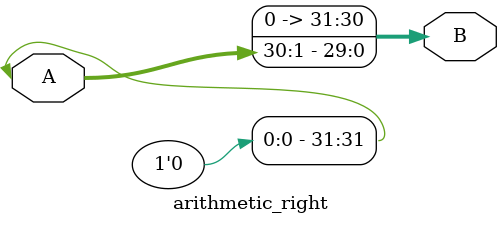
<source format=v>
`timescale 1ns / 1ps


module arithmetic_right(
    input [31:0] A,
    output [31:0] B
    );
    genvar i;
    assign B[30]=0;
    generate for(i=0;i<31;i=i+1) begin
        assign B[i]=A[i+1];
    end
    endgenerate
    assign B[31]=A[31];
endmodule

</source>
